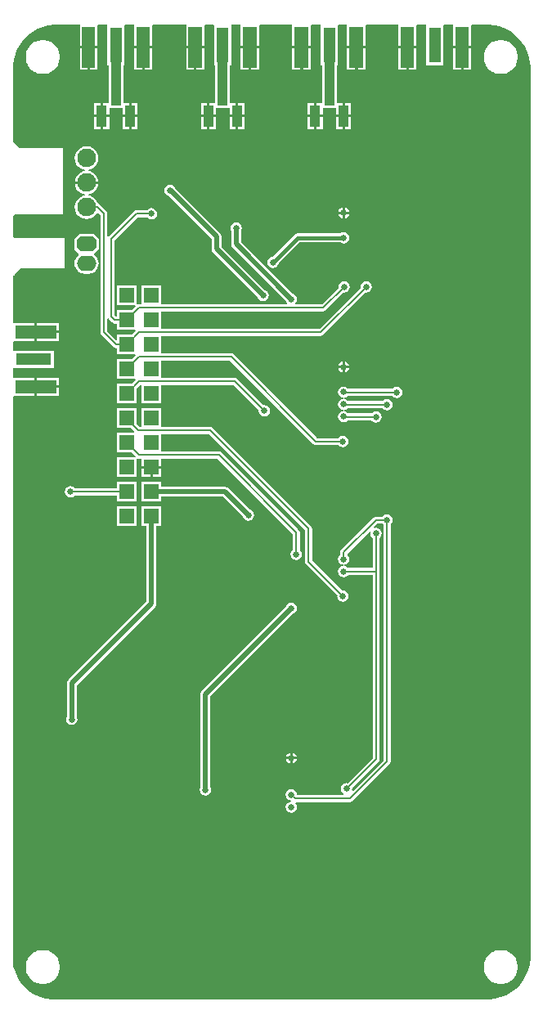
<source format=gtl>
G04*
G04 #@! TF.GenerationSoftware,Altium Limited,Altium Designer,20.1.7 (139)*
G04*
G04 Layer_Physical_Order=1*
G04 Layer_Color=255*
%FSLAX25Y25*%
%MOIN*%
G70*
G04*
G04 #@! TF.SameCoordinates,B477E5EB-4298-4D0D-9682-CB7A6047EE2C*
G04*
G04*
G04 #@! TF.FilePolarity,Positive*
G04*
G01*
G75*
%ADD10C,0.00787*%
%ADD24R,0.16535X0.05315*%
%ADD25R,0.05000X0.14173*%
%ADD26R,0.05315X0.16535*%
%ADD27R,0.03937X0.04134*%
%ADD28R,0.04134X0.08661*%
%ADD29R,0.14173X0.05000*%
%ADD30C,0.01968*%
%ADD31C,0.01500*%
%ADD32C,0.03937*%
%ADD33C,0.07600*%
G04:AMPARAMS|DCode=34|XSize=78.74mil|YSize=62.99mil|CornerRadius=0mil|HoleSize=0mil|Usage=FLASHONLY|Rotation=0.000|XOffset=0mil|YOffset=0mil|HoleType=Round|Shape=Octagon|*
%AMOCTAGOND34*
4,1,8,0.03937,-0.01575,0.03937,0.01575,0.02362,0.03150,-0.02362,0.03150,-0.03937,0.01575,-0.03937,-0.01575,-0.02362,-0.03150,0.02362,-0.03150,0.03937,-0.01575,0.0*
%
%ADD34OCTAGOND34*%

%ADD35O,0.07874X0.06299*%
%ADD36R,0.05906X0.05906*%
%ADD37C,0.02500*%
G36*
X681729Y537002D02*
X682221Y536980D01*
X682221Y536502D01*
Y528213D01*
X685878D01*
X689535D01*
Y536502D01*
X690027Y537002D01*
X693295D01*
X693500Y536587D01*
X693500Y536502D01*
Y520413D01*
X694006D01*
Y506000D01*
X694031Y505805D01*
Y505031D01*
X691700D01*
Y500200D01*
X694267D01*
Y502933D01*
X699747D01*
Y500200D01*
X702314D01*
Y505031D01*
X699968D01*
Y505805D01*
X699994Y506000D01*
Y520413D01*
X700500D01*
Y536502D01*
X700705Y537002D01*
X703973Y537002D01*
X704465Y536980D01*
X704465Y536502D01*
Y528213D01*
X708122D01*
X708122D01*
X711779D01*
Y536502D01*
X712271Y537002D01*
X725063Y537002D01*
X725554Y536980D01*
X725554Y536502D01*
Y528213D01*
X729211D01*
Y527713D01*
X729378D01*
Y528213D01*
X733035D01*
Y536502D01*
X733527Y537002D01*
X736795D01*
X737000Y536587D01*
X737000Y536502D01*
Y520413D01*
X737506D01*
Y506000D01*
X737532Y505805D01*
Y505031D01*
X735200D01*
Y500200D01*
X737767D01*
Y502933D01*
X743247D01*
Y500200D01*
X745814D01*
Y505031D01*
X743469D01*
Y505805D01*
X743494Y506000D01*
Y520413D01*
X744000D01*
Y536502D01*
X744205Y537002D01*
X747307D01*
X747798Y536980D01*
X747798Y536502D01*
Y528213D01*
X751455D01*
Y527713D01*
X751622D01*
X751622D01*
Y528213D01*
X755279D01*
Y536502D01*
X755771Y537002D01*
X768396Y537002D01*
X768887Y536980D01*
X768887Y536502D01*
Y528213D01*
X772545D01*
Y527713D01*
X772878D01*
Y528213D01*
X776535D01*
Y536502D01*
X777027Y537002D01*
X780295D01*
X780500Y536587D01*
X780500Y536502D01*
Y520413D01*
X781006D01*
Y506000D01*
X781032Y505805D01*
Y505031D01*
X778700D01*
Y500200D01*
X781267D01*
Y502933D01*
X786747D01*
Y500200D01*
X789314D01*
Y505031D01*
X786969D01*
Y505805D01*
X786994Y506000D01*
Y520413D01*
X787500D01*
Y536502D01*
X787705Y537002D01*
X790640D01*
X791131Y536980D01*
X791131Y536502D01*
Y528213D01*
X794789D01*
Y527713D01*
X795122D01*
X795122D01*
Y528213D01*
X798779D01*
Y536502D01*
X799271Y537002D01*
X811729Y537002D01*
X812220Y536980D01*
X812220Y536502D01*
Y528213D01*
X815878D01*
X819535D01*
Y536502D01*
X820027Y537002D01*
X823295D01*
X823500Y536587D01*
X823500Y536502D01*
Y520413D01*
X830500D01*
Y536502D01*
X830705Y537002D01*
X833973D01*
X834465Y536980D01*
X834465Y536502D01*
Y528213D01*
X838122D01*
X838122D01*
X841780D01*
Y536502D01*
X842271Y537002D01*
X847500Y537002D01*
X848001Y537002D01*
X848002Y537002D01*
X848003Y537002D01*
X848005Y537002D01*
X848501Y537001D01*
X849130Y537001D01*
X851362Y536720D01*
X853543Y536164D01*
X855637Y535340D01*
X857612Y534262D01*
X859437Y532947D01*
X861085Y531414D01*
X862529Y529688D01*
X863746Y527796D01*
X864719Y525767D01*
X865431Y523633D01*
X865873Y521426D01*
X865954Y520304D01*
X865954D01*
X865966Y520267D01*
X865984Y520192D01*
X865996Y520116D01*
X866002Y520039D01*
Y520000D01*
X866002Y158042D01*
X866002Y157542D01*
X866001Y157087D01*
X866000Y156344D01*
X865690Y154007D01*
X865078Y151730D01*
X864174Y149552D01*
X862994Y147511D01*
X861558Y145642D01*
X859890Y143975D01*
X858020Y142541D01*
X855978Y141362D01*
X853800Y140460D01*
X851523Y139850D01*
X849185Y139541D01*
X848007Y139541D01*
X848004Y139541D01*
X671873D01*
X671795Y139547D01*
X671718Y139559D01*
X671642Y139577D01*
X671605Y139589D01*
X670671Y139606D01*
X668818Y139845D01*
X667003Y140287D01*
X665247Y140927D01*
X663573Y141756D01*
X661999Y142764D01*
X660547Y143939D01*
X659233Y145267D01*
X658073Y146732D01*
X657081Y148316D01*
X656270Y149999D01*
X655649Y151761D01*
X655438Y152671D01*
X655438Y152671D01*
X655438Y152671D01*
X655112Y153037D01*
X655058Y153139D01*
X654998Y153377D01*
Y153500D01*
X654998Y385229D01*
X655499Y385720D01*
X663787D01*
Y389378D01*
Y393035D01*
X655499D01*
X655020Y393035D01*
X654998Y393527D01*
Y396795D01*
X655499Y397000D01*
X671587D01*
Y404000D01*
X655499D01*
X655413Y404000D01*
X654998Y404205D01*
X654998Y407473D01*
X655499Y407965D01*
X663787D01*
Y411622D01*
Y415279D01*
X655499D01*
X655020Y415279D01*
X654998Y415771D01*
Y433628D01*
X654998Y433795D01*
X655054Y434215D01*
X655069Y434265D01*
X655113Y434370D01*
X655218Y434569D01*
X655348Y434763D01*
X655289Y434704D01*
X655262Y434653D01*
X655283Y434693D01*
X655289Y434704D01*
X655627Y435043D01*
X657862Y437278D01*
X658026Y437388D01*
X658208Y437463D01*
X658401Y437501D01*
X675998D01*
Y449999D01*
X655801D01*
X655433Y450151D01*
X655151Y450433D01*
X654998Y450801D01*
Y458699D01*
X655151Y459067D01*
X655433Y459349D01*
X655801Y459502D01*
X675498D01*
Y486498D01*
X657901D01*
X657708Y486537D01*
X657526Y486613D01*
X657362Y486722D01*
X655222Y488862D01*
X655113Y489026D01*
X655037Y489208D01*
X654998Y489401D01*
Y519000D01*
Y520179D01*
X655306Y522517D01*
X655916Y524795D01*
X656818Y526973D01*
X657996Y529016D01*
X659431Y530888D01*
X661097Y532556D01*
X662967Y533993D01*
X665008Y535173D01*
X667186Y536077D01*
X669463Y536690D01*
X671800Y537000D01*
X672979Y537002D01*
X672982Y537002D01*
X672987Y537002D01*
X672992Y537002D01*
X672997Y537002D01*
X673000D01*
X681729Y537002D01*
D02*
G37*
%LPC*%
G36*
X841780Y527213D02*
X838622D01*
Y518445D01*
X841780D01*
Y527213D01*
D02*
G37*
G36*
X837622D02*
X834465D01*
Y518445D01*
X837622D01*
Y527213D01*
D02*
G37*
G36*
X819535D02*
X816378D01*
Y518445D01*
X819535D01*
Y527213D01*
D02*
G37*
G36*
X815378D02*
X812220D01*
Y518445D01*
X815378D01*
Y527213D01*
D02*
G37*
G36*
X798779D02*
X795622D01*
Y518445D01*
X798779D01*
Y527213D01*
D02*
G37*
G36*
X794289D02*
X791131D01*
Y518445D01*
X794289D01*
Y527213D01*
D02*
G37*
G36*
X776535D02*
X773378D01*
Y518445D01*
X776535D01*
Y527213D01*
D02*
G37*
G36*
X772045D02*
X768887D01*
Y518445D01*
X772045D01*
Y527213D01*
D02*
G37*
G36*
X755279D02*
X752122D01*
Y518445D01*
X755279D01*
Y527213D01*
D02*
G37*
G36*
X750955D02*
X747798D01*
Y518445D01*
X750955D01*
Y527213D01*
D02*
G37*
G36*
X733035D02*
X729878D01*
Y518445D01*
X733035D01*
Y527213D01*
D02*
G37*
G36*
X728711D02*
X725554D01*
Y518445D01*
X728711D01*
Y527213D01*
D02*
G37*
G36*
X711779D02*
X708622D01*
Y518445D01*
X711779D01*
Y527213D01*
D02*
G37*
G36*
X707622D02*
X704465D01*
Y518445D01*
X707622D01*
Y527213D01*
D02*
G37*
G36*
X689535D02*
X686378D01*
Y518445D01*
X689535D01*
Y527213D01*
D02*
G37*
G36*
X685378D02*
X682221D01*
Y518445D01*
X685378D01*
Y527213D01*
D02*
G37*
G36*
X667734Y530633D02*
X666571D01*
X666472Y530614D01*
X666371D01*
X665231Y530386D01*
X665138Y530348D01*
X665039Y530329D01*
X663965Y529883D01*
X663881Y529828D01*
X663788Y529789D01*
X662821Y529143D01*
X662750Y529072D01*
X662667Y529016D01*
X661844Y528194D01*
X661788Y528110D01*
X661717Y528039D01*
X661071Y527072D01*
X661032Y526979D01*
X660977Y526896D01*
X660532Y525821D01*
X660512Y525722D01*
X660473Y525630D01*
X660247Y524488D01*
Y524388D01*
X660227Y524290D01*
Y523126D01*
X660247Y523028D01*
Y522927D01*
X660473Y521786D01*
X660512Y521694D01*
X660532Y521595D01*
X660977Y520520D01*
X661032Y520437D01*
X661071Y520344D01*
X661717Y519377D01*
X661788Y519306D01*
X661844Y519222D01*
X662667Y518400D01*
X662750Y518344D01*
X662821Y518273D01*
X663788Y517627D01*
X663881Y517588D01*
X663965Y517533D01*
X665039Y517087D01*
X665138Y517068D01*
X665231Y517029D01*
X666372Y516803D01*
X666472D01*
X666571Y516783D01*
X667734D01*
X667832Y516803D01*
X667933D01*
X669074Y517029D01*
X669166Y517068D01*
X669265Y517087D01*
X670340Y517533D01*
X670423Y517588D01*
X670516Y517627D01*
X671483Y518273D01*
X671554Y518344D01*
X671638Y518400D01*
X672460Y519222D01*
X672516Y519306D01*
X672587Y519377D01*
X673233Y520344D01*
X673272Y520437D01*
X673327Y520520D01*
X673773Y521595D01*
X673792Y521694D01*
X673831Y521786D01*
X674058Y522927D01*
Y523028D01*
X674077Y523126D01*
Y524290D01*
X674058Y524388D01*
Y524488D01*
X673831Y525630D01*
X673792Y525722D01*
X673773Y525821D01*
X673327Y526896D01*
X673272Y526979D01*
X673233Y527072D01*
X672587Y528039D01*
X672516Y528110D01*
X672460Y528194D01*
X671638Y529016D01*
X671554Y529072D01*
X671483Y529143D01*
X670516Y529789D01*
X670423Y529828D01*
X670340Y529883D01*
X669265Y530329D01*
X669166Y530348D01*
X669074Y530386D01*
X667933Y530614D01*
X667832D01*
X667734Y530633D01*
D02*
G37*
G36*
X854430Y530633D02*
X853266D01*
X853168Y530614D01*
X853067D01*
X851926Y530386D01*
X851834Y530348D01*
X851735Y530329D01*
X850660Y529883D01*
X850577Y529827D01*
X850484Y529789D01*
X849517Y529143D01*
X849446Y529072D01*
X849362Y529016D01*
X848540Y528194D01*
X848484Y528110D01*
X848413Y528039D01*
X847767Y527072D01*
X847728Y526979D01*
X847672Y526895D01*
X847227Y525821D01*
X847208Y525722D01*
X847169Y525629D01*
X846942Y524488D01*
Y524388D01*
X846923Y524290D01*
Y523126D01*
X846942Y523028D01*
Y522927D01*
X847169Y521786D01*
X847208Y521694D01*
X847227Y521595D01*
X847672Y520520D01*
X847728Y520437D01*
X847767Y520344D01*
X848413Y519377D01*
X848484Y519306D01*
X848540Y519222D01*
X849362Y518400D01*
X849446Y518344D01*
X849517Y518273D01*
X850484Y517627D01*
X850577Y517588D01*
X850660Y517533D01*
X851735Y517087D01*
X851834Y517068D01*
X851926Y517029D01*
X853067Y516803D01*
X853168D01*
X853266Y516783D01*
X854430D01*
X854528Y516803D01*
X854628D01*
X855769Y517029D01*
X855862Y517068D01*
X855961Y517087D01*
X857035Y517533D01*
X857119Y517588D01*
X857212Y517627D01*
X858179Y518273D01*
X858250Y518344D01*
X858333Y518400D01*
X859156Y519222D01*
X859212Y519306D01*
X859283Y519377D01*
X859929Y520344D01*
X859968Y520437D01*
X860023Y520520D01*
X860468Y521595D01*
X860488Y521694D01*
X860526Y521786D01*
X860753Y522927D01*
Y523028D01*
X860773Y523126D01*
Y524290D01*
X860753Y524388D01*
Y524488D01*
X860526Y525630D01*
X860488Y525722D01*
X860468Y525821D01*
X860023Y526895D01*
X859968Y526979D01*
X859929Y527072D01*
X859283Y528039D01*
X859212Y528110D01*
X859156Y528194D01*
X858333Y529016D01*
X858250Y529072D01*
X858179Y529143D01*
X857212Y529789D01*
X857119Y529827D01*
X857035Y529883D01*
X855961Y530329D01*
X855862Y530348D01*
X855769Y530386D01*
X854628Y530614D01*
X854528D01*
X854430Y530633D01*
D02*
G37*
G36*
X792881Y505031D02*
X790314D01*
Y500200D01*
X792881D01*
Y505031D01*
D02*
G37*
G36*
X749381D02*
X746814D01*
Y500200D01*
X749381D01*
Y505031D01*
D02*
G37*
G36*
X705881D02*
X703314D01*
Y500200D01*
X705881D01*
Y505031D01*
D02*
G37*
G36*
X734200D02*
X731633D01*
Y500200D01*
X734200D01*
Y505031D01*
D02*
G37*
G36*
X690700D02*
X688133D01*
Y500200D01*
X690700D01*
Y505031D01*
D02*
G37*
G36*
X777700D02*
X775133D01*
Y500200D01*
X777700D01*
Y505031D01*
D02*
G37*
G36*
X792881Y499200D02*
X790314D01*
Y494369D01*
X792881D01*
Y499200D01*
D02*
G37*
G36*
X789314D02*
X786747D01*
Y494369D01*
X789314D01*
Y499200D01*
D02*
G37*
G36*
X781267D02*
X778700D01*
Y494369D01*
X781267D01*
Y499200D01*
D02*
G37*
G36*
X777700D02*
X775133D01*
Y494369D01*
X777700D01*
Y499200D01*
D02*
G37*
G36*
X749381D02*
X746814D01*
Y494369D01*
X749381D01*
Y499200D01*
D02*
G37*
G36*
X745814D02*
X743247D01*
Y494369D01*
X745814D01*
Y499200D01*
D02*
G37*
G36*
X737767D02*
X735200D01*
Y494369D01*
X737767D01*
Y499200D01*
D02*
G37*
G36*
X734200D02*
X731633D01*
Y494369D01*
X734200D01*
Y499200D01*
D02*
G37*
G36*
X705881D02*
X703314D01*
Y494369D01*
X705881D01*
Y499200D01*
D02*
G37*
G36*
X702314D02*
X699747D01*
Y494369D01*
X702314D01*
Y499200D01*
D02*
G37*
G36*
X694267D02*
X691700D01*
Y494369D01*
X694267D01*
Y499200D01*
D02*
G37*
G36*
X690700D02*
X688133D01*
Y494369D01*
X690700D01*
Y499200D01*
D02*
G37*
G36*
X685000Y487341D02*
X683747Y487177D01*
X682579Y486693D01*
X681577Y485923D01*
X680807Y484921D01*
X680324Y483753D01*
X680159Y482500D01*
X680324Y481247D01*
X680807Y480079D01*
X681577Y479077D01*
X682579Y478307D01*
X683747Y477823D01*
X684289Y477752D01*
Y477248D01*
X683747Y477177D01*
X682579Y476693D01*
X681577Y475923D01*
X680807Y474921D01*
X680324Y473753D01*
X680224Y473000D01*
X689776D01*
X689677Y473753D01*
X689193Y474921D01*
X688423Y475923D01*
X687421Y476693D01*
X686253Y477177D01*
X685711Y477248D01*
Y477752D01*
X686253Y477823D01*
X687421Y478307D01*
X688423Y479077D01*
X689193Y480079D01*
X689677Y481247D01*
X689841Y482500D01*
X689677Y483753D01*
X689193Y484921D01*
X688423Y485923D01*
X687421Y486693D01*
X686253Y487177D01*
X685000Y487341D01*
D02*
G37*
G36*
X790311Y462411D02*
Y460716D01*
X792006D01*
X791930Y461094D01*
X791433Y461839D01*
X790689Y462336D01*
X790311Y462411D01*
D02*
G37*
G36*
X789311D02*
X788933Y462336D01*
X788189Y461839D01*
X787692Y461094D01*
X787616Y460716D01*
X789311D01*
Y462411D01*
D02*
G37*
G36*
X792006Y459717D02*
X790311D01*
Y458022D01*
X790689Y458097D01*
X791433Y458594D01*
X791930Y459339D01*
X792006Y459717D01*
D02*
G37*
G36*
X789311D02*
X787616D01*
X787692Y459339D01*
X788189Y458594D01*
X788933Y458097D01*
X789311Y458022D01*
Y459717D01*
D02*
G37*
G36*
X689776Y472000D02*
X680224D01*
X680324Y471247D01*
X680807Y470079D01*
X681577Y469077D01*
X682579Y468307D01*
X683747Y467824D01*
X684289Y467752D01*
Y467248D01*
X683747Y467176D01*
X682579Y466693D01*
X681577Y465923D01*
X680807Y464921D01*
X680324Y463753D01*
X680159Y462500D01*
X680324Y461247D01*
X680807Y460079D01*
X681577Y459077D01*
X682579Y458307D01*
X683747Y457824D01*
X685000Y457659D01*
X686253Y457824D01*
X687421Y458307D01*
X688423Y459077D01*
X689193Y460079D01*
X689231Y460172D01*
X689721Y460269D01*
X690579Y459411D01*
Y411500D01*
X690687Y410956D01*
X690995Y410495D01*
X695995Y405495D01*
X696456Y405187D01*
X697000Y405079D01*
X697547D01*
Y402547D01*
X704831D01*
X705038Y402047D01*
X703443Y400453D01*
X697547D01*
Y392547D01*
X704831D01*
X705038Y392047D01*
X703443Y390453D01*
X697547D01*
Y382547D01*
X705453D01*
Y388443D01*
X707047Y390038D01*
X707547Y389979D01*
Y382547D01*
X715453D01*
Y390079D01*
X744911D01*
X755253Y379737D01*
X755206Y379500D01*
X755381Y378622D01*
X755878Y377878D01*
X756622Y377380D01*
X757500Y377206D01*
X758378Y377380D01*
X759122Y377878D01*
X759619Y378622D01*
X759794Y379500D01*
X759619Y380378D01*
X759122Y381122D01*
X758378Y381620D01*
X757500Y381794D01*
X757263Y381747D01*
X746505Y392505D01*
X746044Y392813D01*
X745500Y392921D01*
X715453D01*
Y400079D01*
X743411D01*
X777495Y365995D01*
X777956Y365687D01*
X778500Y365579D01*
X787743D01*
X787878Y365378D01*
X788622Y364880D01*
X789500Y364706D01*
X790378Y364880D01*
X791122Y365378D01*
X791619Y366122D01*
X791794Y367000D01*
X791619Y367878D01*
X791122Y368622D01*
X790378Y369120D01*
X789500Y369294D01*
X788622Y369120D01*
X787878Y368622D01*
X787743Y368421D01*
X779089D01*
X745005Y402505D01*
X744544Y402813D01*
X744000Y402921D01*
X715453D01*
Y410079D01*
X780500D01*
X781044Y410187D01*
X781505Y410495D01*
X798763Y427753D01*
X799000Y427706D01*
X799878Y427881D01*
X800622Y428378D01*
X801119Y429122D01*
X801294Y430000D01*
X801119Y430878D01*
X800622Y431622D01*
X799878Y432119D01*
X799000Y432294D01*
X798122Y432119D01*
X797378Y431622D01*
X796881Y430878D01*
X796706Y430000D01*
X796753Y429763D01*
X779911Y412921D01*
X715453D01*
Y420079D01*
X781500D01*
X782044Y420187D01*
X782505Y420495D01*
X789763Y427753D01*
X790000Y427706D01*
X790878Y427881D01*
X791622Y428378D01*
X792119Y429122D01*
X792294Y430000D01*
X792119Y430878D01*
X791622Y431622D01*
X790878Y432119D01*
X790000Y432294D01*
X789122Y432119D01*
X788378Y431622D01*
X787881Y430878D01*
X787706Y430000D01*
X787753Y429763D01*
X780911Y422921D01*
X770267D01*
X770186Y423189D01*
X770138Y423421D01*
X770619Y424142D01*
X770794Y425020D01*
X770619Y425898D01*
X770122Y426642D01*
X769378Y427139D01*
X769208Y427173D01*
X748023Y448358D01*
Y452978D01*
X748119Y453122D01*
X748294Y454000D01*
X748119Y454878D01*
X747622Y455622D01*
X746878Y456119D01*
X746000Y456294D01*
X745122Y456119D01*
X744378Y455622D01*
X743881Y454878D01*
X743706Y454000D01*
X743881Y453122D01*
X743977Y452978D01*
Y447520D01*
X744131Y446745D01*
X744569Y446089D01*
X766347Y424312D01*
X766381Y424142D01*
X766862Y423421D01*
X766815Y423189D01*
X766733Y422921D01*
X715453D01*
Y430453D01*
X707547D01*
Y422921D01*
X706500D01*
X705956Y422813D01*
X705953Y422811D01*
X705453Y423078D01*
Y430453D01*
X697547D01*
Y422547D01*
X704831D01*
X705038Y422047D01*
X703443Y420453D01*
X697547D01*
Y418021D01*
X697047Y417962D01*
X696421Y418589D01*
Y448911D01*
X705900Y458390D01*
X709743D01*
X709878Y458189D01*
X710622Y457692D01*
X711500Y457517D01*
X712378Y457692D01*
X713122Y458189D01*
X713620Y458933D01*
X713794Y459811D01*
X713620Y460689D01*
X713122Y461433D01*
X712378Y461931D01*
X711500Y462105D01*
X710622Y461931D01*
X709878Y461433D01*
X709743Y461232D01*
X705311D01*
X704767Y461124D01*
X704306Y460816D01*
X693995Y450505D01*
X693921Y450394D01*
X693421Y450545D01*
Y460000D01*
X693313Y460544D01*
X693005Y461005D01*
X690505Y463505D01*
X690044Y463813D01*
X689616Y463898D01*
X689193Y464921D01*
X688423Y465923D01*
X687421Y466693D01*
X686253Y467176D01*
X685711Y467248D01*
Y467752D01*
X686253Y467824D01*
X687421Y468307D01*
X688423Y469077D01*
X689193Y470079D01*
X689677Y471247D01*
X689776Y472000D01*
D02*
G37*
G36*
X789811Y452314D02*
X788933Y452139D01*
X788432Y451804D01*
X771020D01*
X770337Y451668D01*
X769758Y451281D01*
X760714Y442237D01*
X760122Y442119D01*
X759378Y441622D01*
X758881Y440878D01*
X758706Y440000D01*
X758881Y439122D01*
X759378Y438378D01*
X760122Y437881D01*
X761000Y437706D01*
X761878Y437881D01*
X762622Y438378D01*
X763119Y439122D01*
X763237Y439714D01*
X771759Y448235D01*
X788432D01*
X788933Y447900D01*
X789811Y447726D01*
X790689Y447900D01*
X791433Y448397D01*
X791930Y449142D01*
X792105Y450020D01*
X791930Y450898D01*
X791433Y451642D01*
X790689Y452139D01*
X789811Y452314D01*
D02*
G37*
G36*
X687813Y451587D02*
X682089D01*
X680014Y449512D01*
Y445362D01*
X681823Y443553D01*
X681802Y442906D01*
X681302Y442522D01*
X680637Y441656D01*
X680219Y440646D01*
X680076Y439563D01*
X680219Y438480D01*
X680637Y437470D01*
X681302Y436603D01*
X682169Y435938D01*
X683179Y435520D01*
X684262Y435378D01*
X685837D01*
X686920Y435520D01*
X687929Y435938D01*
X688796Y436603D01*
X689461Y437470D01*
X689879Y438480D01*
X690022Y439563D01*
X689879Y440646D01*
X689461Y441656D01*
X688796Y442522D01*
X688207Y442975D01*
X688137Y443601D01*
X688148Y443622D01*
X689888Y445362D01*
Y449512D01*
X687813Y451587D01*
D02*
G37*
G36*
X718980Y471711D02*
X718102Y471537D01*
X717358Y471039D01*
X716861Y470295D01*
X716686Y469417D01*
X716861Y468539D01*
X717358Y467795D01*
X718102Y467298D01*
X718479Y467223D01*
X735977Y449725D01*
Y445500D01*
X736131Y444726D01*
X736569Y444069D01*
X754847Y425792D01*
X754881Y425622D01*
X755378Y424878D01*
X756122Y424381D01*
X757000Y424206D01*
X757878Y424381D01*
X758622Y424878D01*
X759119Y425622D01*
X759294Y426500D01*
X759119Y427378D01*
X758622Y428122D01*
X757878Y428619D01*
X757708Y428653D01*
X740023Y446338D01*
Y450563D01*
X739869Y451337D01*
X739431Y451994D01*
X721041Y470383D01*
X720603Y471039D01*
X719858Y471537D01*
X718980Y471711D01*
D02*
G37*
G36*
X664787Y415279D02*
Y412122D01*
X673555D01*
Y415279D01*
X664787D01*
D02*
G37*
G36*
X673555Y411122D02*
X664787D01*
Y407965D01*
X673555D01*
Y411122D01*
D02*
G37*
G36*
X790311Y399517D02*
Y397823D01*
X792006D01*
X791930Y398201D01*
X791433Y398945D01*
X790689Y399442D01*
X790311Y399517D01*
D02*
G37*
G36*
X789311D02*
X788933Y399442D01*
X788189Y398945D01*
X787692Y398201D01*
X787616Y397823D01*
X789311D01*
Y399517D01*
D02*
G37*
G36*
X792006Y396823D02*
X790311D01*
Y395128D01*
X790689Y395203D01*
X791433Y395701D01*
X791930Y396445D01*
X792006Y396823D01*
D02*
G37*
G36*
X789311D02*
X787616D01*
X787692Y396445D01*
X788189Y395701D01*
X788933Y395203D01*
X789311Y395128D01*
Y396823D01*
D02*
G37*
G36*
X664787Y393035D02*
Y389878D01*
X673555D01*
Y393035D01*
X664787D01*
D02*
G37*
G36*
X673555Y388878D02*
X664787D01*
Y385720D01*
X673555D01*
Y388878D01*
D02*
G37*
G36*
X789811Y389420D02*
X788933Y389246D01*
X788189Y388748D01*
X787692Y388004D01*
X787517Y387126D01*
X787692Y386248D01*
X788189Y385504D01*
X788933Y385007D01*
X789565Y384881D01*
Y384371D01*
X788933Y384245D01*
X788189Y383748D01*
X787692Y383004D01*
X787517Y382126D01*
X787692Y381248D01*
X788189Y380504D01*
X788933Y380007D01*
X789565Y379881D01*
Y379371D01*
X788933Y379245D01*
X788189Y378748D01*
X787692Y378004D01*
X787517Y377126D01*
X787692Y376248D01*
X788189Y375504D01*
X788933Y375007D01*
X789811Y374832D01*
X790689Y375007D01*
X791433Y375504D01*
X791526Y375642D01*
X801201D01*
X801378Y375378D01*
X802122Y374881D01*
X803000Y374706D01*
X803878Y374881D01*
X804622Y375378D01*
X805119Y376122D01*
X805294Y377000D01*
X805119Y377878D01*
X804622Y378622D01*
X803878Y379119D01*
X803000Y379294D01*
X802122Y379119D01*
X801378Y378622D01*
X801285Y378484D01*
X791610D01*
X791433Y378748D01*
X790689Y379245D01*
X790057Y379371D01*
Y379881D01*
X790689Y380007D01*
X791433Y380504D01*
X791526Y380642D01*
X805701D01*
X805878Y380378D01*
X806622Y379880D01*
X807500Y379706D01*
X808378Y379880D01*
X809122Y380378D01*
X809619Y381122D01*
X809794Y382000D01*
X809619Y382878D01*
X809122Y383622D01*
X808378Y384120D01*
X807500Y384294D01*
X806622Y384120D01*
X805878Y383622D01*
X805785Y383484D01*
X791610D01*
X791433Y383748D01*
X790689Y384245D01*
X790057Y384371D01*
Y384881D01*
X790689Y385007D01*
X791433Y385504D01*
X791526Y385642D01*
X809701D01*
X809878Y385378D01*
X810622Y384880D01*
X811500Y384706D01*
X812378Y384880D01*
X813122Y385378D01*
X813619Y386122D01*
X813794Y387000D01*
X813619Y387878D01*
X813122Y388622D01*
X812378Y389120D01*
X811500Y389294D01*
X810622Y389120D01*
X809878Y388622D01*
X809785Y388484D01*
X791610D01*
X791433Y388748D01*
X790689Y389246D01*
X789811Y389420D01*
D02*
G37*
G36*
X715453Y380453D02*
X707547D01*
Y372921D01*
X706589D01*
X705453Y374057D01*
Y380453D01*
X697547D01*
Y372547D01*
X702943D01*
X704538Y370953D01*
X704330Y370453D01*
X697547D01*
Y362547D01*
X703443D01*
X705038Y360953D01*
X704831Y360453D01*
X697547D01*
Y352547D01*
X705453D01*
Y359922D01*
X705953Y360190D01*
X705956Y360187D01*
X706500Y360079D01*
X707547D01*
Y357000D01*
X711500D01*
X715453D01*
Y360079D01*
X738411D01*
X769079Y329411D01*
Y322757D01*
X768878Y322622D01*
X768381Y321878D01*
X768206Y321000D01*
X768381Y320122D01*
X768878Y319378D01*
X769622Y318881D01*
X770500Y318706D01*
X771378Y318881D01*
X772122Y319378D01*
X772619Y320122D01*
X772794Y321000D01*
X772619Y321878D01*
X772122Y322622D01*
X771921Y322757D01*
Y330000D01*
X771813Y330544D01*
X771505Y331005D01*
X740005Y362505D01*
X739544Y362813D01*
X739000Y362921D01*
X715453D01*
Y370079D01*
X734911D01*
X774079Y330911D01*
Y318000D01*
X774187Y317456D01*
X774495Y316995D01*
X787253Y304237D01*
X787206Y304000D01*
X787381Y303122D01*
X787878Y302378D01*
X788622Y301881D01*
X789500Y301706D01*
X790378Y301881D01*
X791122Y302378D01*
X791619Y303122D01*
X791794Y304000D01*
X791619Y304878D01*
X791122Y305622D01*
X790378Y306119D01*
X789500Y306294D01*
X789263Y306247D01*
X776921Y318589D01*
Y331500D01*
X776813Y332044D01*
X776505Y332505D01*
X736505Y372505D01*
X736044Y372813D01*
X735500Y372921D01*
X715453D01*
Y380453D01*
D02*
G37*
G36*
Y356000D02*
X712000D01*
Y352547D01*
X715453D01*
Y356000D01*
D02*
G37*
G36*
X711000D02*
X707547D01*
Y352547D01*
X711000D01*
Y356000D01*
D02*
G37*
G36*
X705453Y350453D02*
X697547D01*
Y347921D01*
X680257D01*
X680122Y348122D01*
X679378Y348620D01*
X678500Y348794D01*
X677622Y348620D01*
X676878Y348122D01*
X676381Y347378D01*
X676206Y346500D01*
X676381Y345622D01*
X676878Y344878D01*
X677622Y344380D01*
X678500Y344206D01*
X679378Y344380D01*
X680122Y344878D01*
X680257Y345079D01*
X697547D01*
Y342547D01*
X705453D01*
Y350453D01*
D02*
G37*
G36*
X715453D02*
X707547D01*
Y342547D01*
X715453D01*
Y344477D01*
X740662D01*
X748847Y336292D01*
X748881Y336122D01*
X749378Y335378D01*
X750122Y334880D01*
X751000Y334706D01*
X751878Y334880D01*
X752622Y335378D01*
X753119Y336122D01*
X753294Y337000D01*
X753119Y337878D01*
X752622Y338622D01*
X751878Y339120D01*
X751708Y339153D01*
X742931Y347931D01*
X742274Y348369D01*
X741500Y348523D01*
X715453D01*
Y350453D01*
D02*
G37*
G36*
X705453Y340453D02*
X697547D01*
Y332547D01*
X705453D01*
Y340453D01*
D02*
G37*
G36*
X715453D02*
X707547D01*
Y332547D01*
X709477D01*
Y301838D01*
X677569Y269931D01*
X677131Y269274D01*
X676977Y268500D01*
Y254786D01*
X676881Y254642D01*
X676706Y253764D01*
X676881Y252886D01*
X677378Y252142D01*
X678122Y251644D01*
X679000Y251470D01*
X679878Y251644D01*
X680622Y252142D01*
X681119Y252886D01*
X681294Y253764D01*
X681119Y254642D01*
X681023Y254786D01*
Y267662D01*
X712931Y299569D01*
X713369Y300226D01*
X713523Y301000D01*
Y332547D01*
X715453D01*
Y340453D01*
D02*
G37*
G36*
X769000Y240175D02*
Y238480D01*
X770695D01*
X770619Y238858D01*
X770122Y239602D01*
X769378Y240100D01*
X769000Y240175D01*
D02*
G37*
G36*
X768000D02*
X767622Y240100D01*
X766878Y239602D01*
X766381Y238858D01*
X766305Y238480D01*
X768000D01*
Y240175D01*
D02*
G37*
G36*
X770695Y237480D02*
X769000D01*
Y235786D01*
X769378Y235861D01*
X770122Y236358D01*
X770619Y237102D01*
X770695Y237480D01*
D02*
G37*
G36*
X768000D02*
X766305D01*
X766381Y237102D01*
X766878Y236358D01*
X767622Y235861D01*
X768000Y235786D01*
Y237480D01*
D02*
G37*
G36*
X807500Y337294D02*
X806622Y337120D01*
X805878Y336622D01*
X805743Y336421D01*
X803000D01*
X802456Y336313D01*
X801995Y336005D01*
X788806Y322816D01*
X788498Y322355D01*
X788390Y321811D01*
Y320776D01*
X788189Y320642D01*
X787692Y319898D01*
X787517Y319020D01*
X787692Y318142D01*
X788189Y317397D01*
X788933Y316900D01*
X789565Y316775D01*
Y316265D01*
X788933Y316139D01*
X788189Y315642D01*
X787692Y314898D01*
X787517Y314020D01*
X787692Y313142D01*
X788189Y312398D01*
X788933Y311900D01*
X789811Y311726D01*
X790689Y311900D01*
X791433Y312398D01*
X791568Y312599D01*
X801579D01*
Y238089D01*
X791237Y227747D01*
X791000Y227794D01*
X790122Y227620D01*
X789378Y227122D01*
X788881Y226378D01*
X788706Y225500D01*
X788881Y224622D01*
X789378Y223878D01*
X789662Y223688D01*
X789759Y223022D01*
X789676Y222921D01*
X770859D01*
X770794Y223000D01*
X770619Y223878D01*
X770122Y224622D01*
X769378Y225119D01*
X768500Y225294D01*
X767622Y225119D01*
X766878Y224622D01*
X766381Y223878D01*
X766206Y223000D01*
X766381Y222122D01*
X766878Y221378D01*
X767622Y220881D01*
X768303Y220745D01*
Y220235D01*
X767622Y220100D01*
X766878Y219602D01*
X766381Y218858D01*
X766206Y217980D01*
X766381Y217102D01*
X766878Y216358D01*
X767622Y215861D01*
X768500Y215686D01*
X769378Y215861D01*
X770122Y216358D01*
X770619Y217102D01*
X770794Y217980D01*
X770619Y218858D01*
X770138Y219579D01*
X770165Y219712D01*
X770309Y220079D01*
X792500D01*
X793044Y220187D01*
X793505Y220495D01*
X808505Y235495D01*
X808813Y235956D01*
X808921Y236500D01*
Y333243D01*
X809122Y333378D01*
X809619Y334122D01*
X809794Y335000D01*
X809619Y335878D01*
X809122Y336622D01*
X808378Y337120D01*
X807500Y337294D01*
D02*
G37*
G36*
X768500Y301314D02*
X767622Y301139D01*
X766878Y300642D01*
X766381Y299898D01*
X766347Y299728D01*
X732069Y265450D01*
X731631Y264794D01*
X731477Y264020D01*
Y226022D01*
X731381Y225878D01*
X731206Y225000D01*
X731381Y224122D01*
X731878Y223378D01*
X732622Y222881D01*
X733500Y222706D01*
X734378Y222881D01*
X735122Y223378D01*
X735619Y224122D01*
X735794Y225000D01*
X735619Y225878D01*
X735523Y226022D01*
Y263182D01*
X769208Y296866D01*
X769378Y296900D01*
X770122Y297397D01*
X770619Y298142D01*
X770794Y299020D01*
X770619Y299898D01*
X770122Y300642D01*
X769378Y301139D01*
X768500Y301314D01*
D02*
G37*
G36*
X854430Y159760D02*
X853266D01*
X853168Y159740D01*
X853067D01*
X851926Y159513D01*
X851834Y159475D01*
X851735Y159455D01*
X850660Y159010D01*
X850577Y158954D01*
X850484Y158916D01*
X849517Y158269D01*
X849446Y158198D01*
X849362Y158143D01*
X848540Y157320D01*
X848484Y157237D01*
X848413Y157166D01*
X847767Y156198D01*
X847728Y156105D01*
X847672Y156022D01*
X847227Y154947D01*
X847208Y154849D01*
X847169Y154756D01*
X846942Y153615D01*
Y153515D01*
X846923Y153416D01*
Y152253D01*
X846942Y152154D01*
Y152054D01*
X847169Y150913D01*
X847208Y150820D01*
X847227Y150722D01*
X847672Y149647D01*
X847728Y149564D01*
X847767Y149471D01*
X848413Y148503D01*
X848484Y148433D01*
X848540Y148349D01*
X849362Y147527D01*
X849446Y147471D01*
X849517Y147400D01*
X850484Y146753D01*
X850577Y146715D01*
X850660Y146659D01*
X851735Y146214D01*
X851834Y146194D01*
X851926Y146156D01*
X853067Y145929D01*
X853168D01*
X853266Y145909D01*
X854430D01*
X854528Y145929D01*
X854628D01*
X855769Y146156D01*
X855862Y146194D01*
X855961Y146214D01*
X857035Y146659D01*
X857119Y146715D01*
X857212Y146753D01*
X858179Y147400D01*
X858250Y147471D01*
X858333Y147527D01*
X859156Y148349D01*
X859212Y148433D01*
X859283Y148503D01*
X859929Y149471D01*
X859968Y149564D01*
X860023Y149647D01*
X860468Y150722D01*
X860488Y150820D01*
X860526Y150913D01*
X860753Y152054D01*
Y152154D01*
X860773Y152253D01*
Y153416D01*
X860753Y153515D01*
Y153615D01*
X860526Y154756D01*
X860488Y154849D01*
X860468Y154947D01*
X860023Y156022D01*
X859968Y156105D01*
X859929Y156198D01*
X859283Y157166D01*
X859212Y157237D01*
X859156Y157320D01*
X858333Y158143D01*
X858250Y158198D01*
X858179Y158269D01*
X857212Y158916D01*
X857119Y158954D01*
X857035Y159010D01*
X855961Y159455D01*
X855862Y159475D01*
X855769Y159513D01*
X854628Y159740D01*
X854528D01*
X854430Y159760D01*
D02*
G37*
G36*
X667734Y159760D02*
X666571D01*
X666472Y159740D01*
X666372D01*
X665231Y159513D01*
X665138Y159475D01*
X665039Y159455D01*
X663965Y159010D01*
X663881Y158954D01*
X663788Y158916D01*
X662821Y158269D01*
X662750Y158198D01*
X662667Y158143D01*
X661844Y157320D01*
X661788Y157237D01*
X661717Y157166D01*
X661071Y156198D01*
X661032Y156105D01*
X660977Y156022D01*
X660532Y154947D01*
X660512Y154849D01*
X660474Y154756D01*
X660247Y153615D01*
Y153515D01*
X660227Y153416D01*
Y152253D01*
X660247Y152154D01*
Y152054D01*
X660474Y150913D01*
X660512Y150820D01*
X660532Y150722D01*
X660977Y149647D01*
X661032Y149564D01*
X661071Y149471D01*
X661717Y148503D01*
X661788Y148433D01*
X661844Y148349D01*
X662667Y147526D01*
X662750Y147471D01*
X662821Y147400D01*
X663788Y146753D01*
X663881Y146715D01*
X663965Y146659D01*
X665039Y146214D01*
X665138Y146194D01*
X665231Y146156D01*
X666372Y145929D01*
X666472D01*
X666571Y145909D01*
X667734D01*
X667832Y145929D01*
X667933D01*
X669074Y146156D01*
X669166Y146194D01*
X669265Y146214D01*
X670340Y146659D01*
X670423Y146715D01*
X670516Y146753D01*
X671483Y147400D01*
X671554Y147471D01*
X671638Y147526D01*
X672460Y148349D01*
X672516Y148433D01*
X672587Y148503D01*
X673233Y149471D01*
X673272Y149564D01*
X673327Y149647D01*
X673773Y150722D01*
X673792Y150820D01*
X673831Y150913D01*
X674058Y152054D01*
Y152154D01*
X674077Y152253D01*
Y153416D01*
X674058Y153515D01*
Y153615D01*
X673831Y154756D01*
X673792Y154849D01*
X673773Y154947D01*
X673327Y156022D01*
X673272Y156105D01*
X673233Y156198D01*
X672587Y157166D01*
X672516Y157237D01*
X672460Y157320D01*
X671638Y158143D01*
X671554Y158198D01*
X671483Y158269D01*
X670516Y158916D01*
X670423Y158954D01*
X670340Y159010D01*
X669265Y159455D01*
X669166Y159475D01*
X669074Y159513D01*
X667933Y159740D01*
X667832D01*
X667734Y159760D01*
D02*
G37*
%LPD*%
G36*
X693995Y416995D02*
X695495Y415495D01*
X695956Y415187D01*
X696500Y415079D01*
X697547D01*
Y412547D01*
X704831D01*
X705038Y412047D01*
X703443Y410453D01*
X697547D01*
Y408616D01*
X697085Y408424D01*
X693421Y412089D01*
Y416955D01*
X693921Y417106D01*
X693995Y416995D01*
D02*
G37*
G36*
X800827Y330111D02*
X800706Y329500D01*
X800881Y328622D01*
X801378Y327878D01*
X801579Y327743D01*
Y315441D01*
X791568D01*
X791433Y315642D01*
X790689Y316139D01*
X790057Y316265D01*
Y316775D01*
X790689Y316900D01*
X791433Y317397D01*
X791930Y318142D01*
X792105Y319020D01*
X791930Y319898D01*
X791433Y320642D01*
X791282Y320743D01*
X791253Y321243D01*
X800367Y330357D01*
X800827Y330111D01*
D02*
G37*
G36*
X805878Y333378D02*
X806079Y333243D01*
Y237089D01*
X793633Y224643D01*
X793173Y224889D01*
X793294Y225500D01*
X793247Y225737D01*
X804005Y236495D01*
X804313Y236956D01*
X804421Y237500D01*
Y314020D01*
Y327743D01*
X804622Y327878D01*
X805119Y328622D01*
X805294Y329500D01*
X805119Y330378D01*
X804622Y331122D01*
X803878Y331620D01*
X803000Y331794D01*
X802389Y331673D01*
X802143Y332133D01*
X803589Y333579D01*
X805743D01*
X805878Y333378D01*
D02*
G37*
D10*
X706500Y421500D02*
X781500D01*
X702500Y417500D02*
X706500Y421500D01*
X781500D02*
X790000Y430000D01*
X702000Y406500D02*
Y407000D01*
X692000Y411500D02*
Y460000D01*
X689500Y462500D02*
X692000Y460000D01*
X685000Y462500D02*
X689500D01*
X705311Y459811D02*
X711500D01*
X695000Y449500D02*
X705311Y459811D01*
X702500Y416500D02*
Y417500D01*
X695000Y418000D02*
Y449500D01*
Y418000D02*
X696500Y416500D01*
X692000Y411500D02*
X697000Y406500D01*
X696500Y416500D02*
X701500D01*
X697000Y406500D02*
X701500D01*
X807500Y236500D02*
Y335000D01*
X792500Y221500D02*
X807500Y236500D01*
X770000Y221500D02*
X792500D01*
X768500Y223000D02*
X770000Y221500D01*
X678500Y346500D02*
X701500D01*
X789811Y319020D02*
Y321811D01*
X803000Y314020D02*
Y329500D01*
Y237500D02*
Y314020D01*
X789811D02*
X803000D01*
X791000Y225500D02*
X803000Y237500D01*
X775500Y318000D02*
X789500Y304000D01*
X775500Y318000D02*
Y331500D01*
X770500Y321000D02*
Y330000D01*
X739000Y361500D02*
X770500Y330000D01*
X706500Y361500D02*
X739000D01*
X701500Y366500D02*
X706500Y361500D01*
X735500Y371500D02*
X775500Y331500D01*
X706000Y371500D02*
X735500D01*
X701500Y376000D02*
X706000Y371500D01*
X701500Y376000D02*
Y376500D01*
X702000Y386500D02*
Y387000D01*
X745500Y391500D02*
X757500Y379500D01*
X706500Y391500D02*
X745500D01*
X702000Y387000D02*
X706500Y391500D01*
X701500Y386500D02*
X702000D01*
X778500Y367000D02*
X789500D01*
X744000Y401500D02*
X778500Y367000D01*
X706500Y401500D02*
X744000D01*
X701500Y396500D02*
X706500Y401500D01*
X780500Y411500D02*
X799000Y430000D01*
X706500Y411500D02*
X780500D01*
X702000Y407000D02*
X706500Y411500D01*
X701500Y416500D02*
X702500D01*
X789811Y321811D02*
X803000Y335000D01*
X807500D01*
X789811Y377126D02*
X789874Y377063D01*
X802937D01*
X803000Y377000D01*
X789811Y382126D02*
X789874Y382063D01*
X807437D01*
X807500Y382000D01*
X789811Y387126D02*
X789874Y387063D01*
X811437D01*
X811500Y387000D01*
D24*
X664287Y389378D02*
D03*
Y411622D02*
D03*
D03*
Y389378D02*
D03*
D25*
X784000Y528500D02*
D03*
X697000D02*
D03*
X827000D02*
D03*
X740500D02*
D03*
D26*
X795122Y527713D02*
D03*
X772878D02*
D03*
X708122D02*
D03*
X685878D02*
D03*
X838122D02*
D03*
X815878D02*
D03*
X751622D02*
D03*
X729378D02*
D03*
X772545D02*
D03*
X794789D02*
D03*
X815878D02*
D03*
X838122D02*
D03*
X729211D02*
D03*
X751455D02*
D03*
X685878D02*
D03*
X708122D02*
D03*
D27*
X784000Y506000D02*
D03*
X697000D02*
D03*
X740500D02*
D03*
D28*
X778200Y499700D02*
D03*
X789814D02*
D03*
X691200D02*
D03*
X702814D02*
D03*
X734700D02*
D03*
X746314D02*
D03*
D29*
X663500Y400500D02*
D03*
D30*
X719063Y469500D02*
X738000Y450563D01*
Y445500D02*
Y450563D01*
Y445500D02*
X757000Y426500D01*
X718980Y469417D02*
X719063Y469500D01*
X746000Y447520D02*
X768500Y425020D01*
X746000Y447520D02*
Y454000D01*
X711500Y346500D02*
X741500D01*
X751000Y337000D01*
X701500Y406500D02*
X702000D01*
X733500Y225000D02*
Y264020D01*
X768500Y299020D01*
X711500Y301000D02*
Y336500D01*
X679000Y268500D02*
X711500Y301000D01*
X679000Y253764D02*
Y268500D01*
D31*
X761000Y440000D02*
X771020Y450020D01*
X789811D01*
D32*
X697000Y506000D02*
Y528500D01*
X740500Y506000D02*
Y528500D01*
X784000Y506000D02*
Y528500D01*
X784000Y528500D01*
D33*
X685000Y462500D02*
D03*
Y472500D02*
D03*
Y482500D02*
D03*
D34*
X684951Y447437D02*
D03*
D35*
X685049Y439563D02*
D03*
D36*
X701500Y426500D02*
D03*
X711500D02*
D03*
X701500Y416500D02*
D03*
X711500D02*
D03*
X701500Y406500D02*
D03*
X711500D02*
D03*
X701500Y396500D02*
D03*
X711500D02*
D03*
X701500Y386500D02*
D03*
X711500D02*
D03*
X701500Y376500D02*
D03*
X711500D02*
D03*
X701500Y366500D02*
D03*
X711500D02*
D03*
X701500Y356500D02*
D03*
X711500D02*
D03*
X701500Y346500D02*
D03*
X711500D02*
D03*
X701500Y336500D02*
D03*
X711500D02*
D03*
D37*
X718980Y469417D02*
D03*
X757000Y426500D02*
D03*
X768500Y425020D02*
D03*
X761000Y440000D02*
D03*
X711500Y459811D02*
D03*
X746000Y454000D02*
D03*
X789811Y460217D02*
D03*
X768500Y237980D02*
D03*
X660500Y400500D02*
D03*
X666500D02*
D03*
X663500D02*
D03*
X827000Y525000D02*
D03*
Y532000D02*
D03*
Y528500D02*
D03*
X697000Y525000D02*
D03*
Y532000D02*
D03*
Y528500D02*
D03*
X740500Y525000D02*
D03*
Y528500D02*
D03*
Y532000D02*
D03*
X784000Y525000D02*
D03*
X784000Y528500D02*
D03*
X784000Y532000D02*
D03*
X751000Y337000D02*
D03*
X789811Y397323D02*
D03*
X768500Y299020D02*
D03*
X733500Y225000D02*
D03*
X679000Y253764D02*
D03*
X678500Y346500D02*
D03*
X791000Y225500D02*
D03*
X768500Y217980D02*
D03*
Y223000D02*
D03*
X789500Y304000D02*
D03*
X770500Y321000D02*
D03*
X757500Y379500D02*
D03*
X789500Y367000D02*
D03*
X799000Y430000D02*
D03*
X790000D02*
D03*
X807500Y335000D02*
D03*
X803000Y377000D02*
D03*
X811500Y387000D02*
D03*
X803000Y329500D02*
D03*
X807500Y382000D02*
D03*
X789811Y314020D02*
D03*
Y319020D02*
D03*
X789811Y377126D02*
D03*
Y382126D02*
D03*
Y387126D02*
D03*
X789811Y450020D02*
D03*
M02*

</source>
